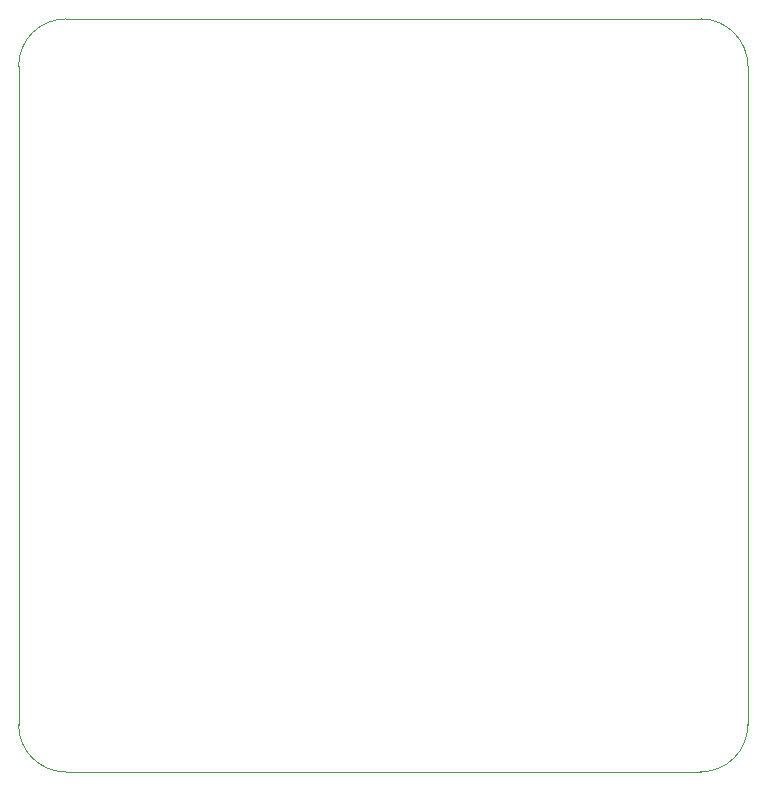
<source format=gbr>
%TF.GenerationSoftware,KiCad,Pcbnew,(5.1.9)-1*%
%TF.CreationDate,2021-05-17T17:29:26-07:00*%
%TF.ProjectId,dev_test_board_v1,6465765f-7465-4737-945f-626f6172645f,rev?*%
%TF.SameCoordinates,Original*%
%TF.FileFunction,Profile,NP*%
%FSLAX46Y46*%
G04 Gerber Fmt 4.6, Leading zero omitted, Abs format (unit mm)*
G04 Created by KiCad (PCBNEW (5.1.9)-1) date 2021-05-17 17:29:26*
%MOMM*%
%LPD*%
G01*
G04 APERTURE LIST*
%TA.AperFunction,Profile*%
%ADD10C,0.050000*%
%TD*%
G04 APERTURE END LIST*
D10*
X189750000Y-69000000D02*
G75*
G02*
X193750000Y-65000000I4000000J0D01*
G01*
X247500000Y-65000000D02*
G75*
G02*
X251500000Y-69000000I0J-4000000D01*
G01*
X251500000Y-124750000D02*
G75*
G02*
X247500000Y-128750000I-4000000J0D01*
G01*
X193750000Y-128750000D02*
G75*
G02*
X189750000Y-124750000I0J4000000D01*
G01*
X189750000Y-124750000D02*
X189750000Y-69000000D01*
X247500000Y-128750000D02*
X193750000Y-128750000D01*
X251500000Y-69000000D02*
X251500000Y-124750000D01*
X193750000Y-65000000D02*
X247500000Y-65000000D01*
M02*

</source>
